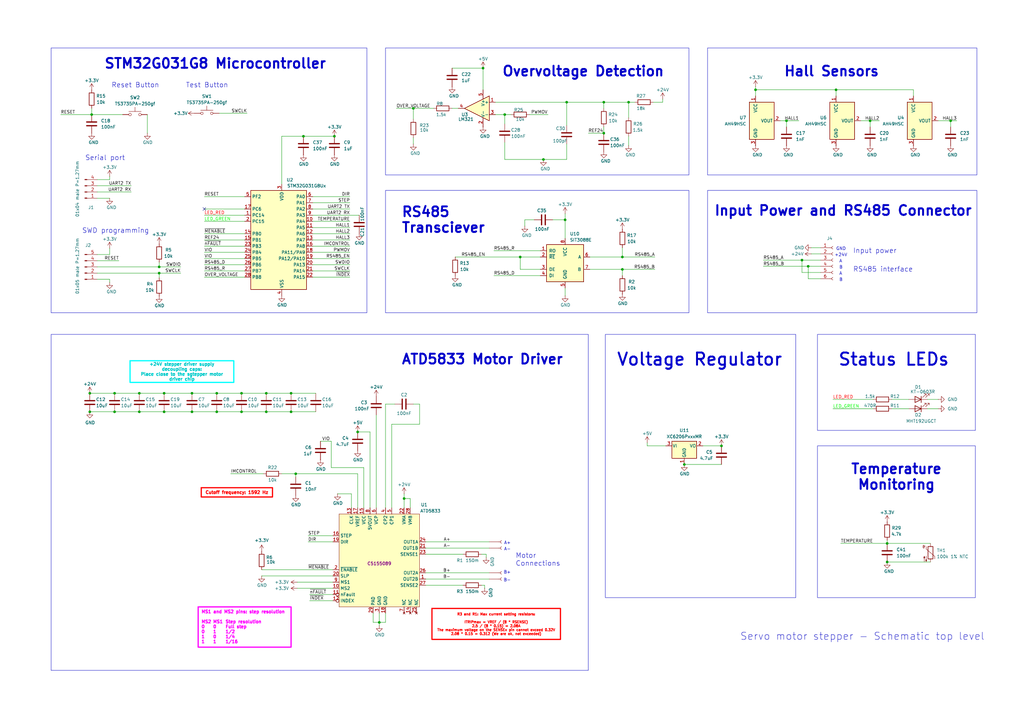
<source format=kicad_sch>
(kicad_sch (version 20231120) (generator "eeschema") (generator_version "8.0")
  (paper "A3")
  (title_block (title "Servo motor stepper M3 - Schematic top level") (date "2024-10-30") (rev "V11RC3"))
  (junction (at 165.735 204.47))
  (junction (at 57.15 161.29))
  (junction (at 37.592 46.99))
  (junction (at 119.38 168.91))
  (junction (at 46.99 161.29))
  (junction (at 389.89 49.53))
  (junction (at 213.36 105.41))
  (junction (at 65.278 112.014))
  (junction (at 169.545 44.45))
  (junction (at 124.46 55.88))
  (junction (at 65.278 109.474))
  (junction (at 67.31 161.29))
  (junction (at 247.65 41.91))
  (junction (at 255.27 110.49))
  (junction (at 46.99 168.91))
  (junction (at 67.31 168.91))
  (junction (at 232.41 41.91))
  (junction (at 137.16 55.88))
  (junction (at 198.12 27.94))
  (junction (at 363.855 230.505))
  (junction (at 99.06 168.91))
  (junction (at 295.91 182.88))
  (junction (at 109.22 161.29))
  (junction (at 119.38 161.29))
  (junction (at 78.74 161.29))
  (junction (at 36.83 168.91))
  (junction (at 99.06 161.29))
  (junction (at 121.285 194.31))
  (junction (at 309.88 36.83))
  (junction (at 322.58 49.53))
  (junction (at 222.885 65.405))
  (junction (at 57.15 168.91))
  (junction (at 257.81 41.91))
  (junction (at 363.855 222.885))
  (junction (at 342.9 36.83))
  (junction (at 247.65 54.61))
  (junction (at 231.775 90.17))
  (junction (at 155.575 255.27))
  (junction (at 331.47 109.22))
  (junction (at 255.27 105.41))
  (junction (at 36.83 161.29))
  (junction (at 146.685 177.165))
  (junction (at 88.9 168.91))
  (junction (at 109.22 168.91))
  (junction (at 88.9 161.29))
  (junction (at 78.74 168.91))
  (junction (at 328.93 106.68))
  (junction (at 356.87 49.53))
  (junction (at 207.01 46.99))
  (junction (at 280.67 190.5))
  (no_connect (at 83.82 85.725))
  (wire (pts (xy 172.085 165.735) (xy 169.545 165.735)))
  (wire (pts (xy 320.04 49.53) (xy 322.58 49.53)))
  (wire (pts (xy 271.78 41.91) (xy 267.97 41.91)))
  (wire (pts (xy 99.06 161.29) (xy 109.22 161.29)))
  (wire (pts (xy 186.69 105.41) (xy 213.36 105.41)))
  (wire (pts (xy 162.56 44.45) (xy 169.545 44.45)))
  (wire (pts (xy 380.365 163.83) (xy 384.81 163.83)))
  (wire (pts (xy 39.878 109.474) (xy 65.278 109.474)))
  (wire (pts (xy 332.74 104.14) (xy 336.55 104.14)))
  (wire (pts (xy 143.51 98.425) (xy 128.27 98.425)))
  (wire (pts (xy 143.51 106.045) (xy 128.27 106.045)))
  (wire (pts (xy 356.87 49.53) (xy 360.68 49.53)))
  (wire (pts (xy 143.51 90.805) (xy 128.27 90.805)))
  (wire (pts (xy 197.485 240.03) (xy 198.755 240.03)))
  (wire (pts (xy 83.82 108.585) (xy 100.33 108.585)))
  (wire (pts (xy 215.265 90.17) (xy 215.265 92.71)))
  (wire (pts (xy 165.735 204.47) (xy 165.735 208.28)))
  (wire (pts (xy 57.15 161.29) (xy 67.31 161.29)))
  (wire (pts (xy 37.592 46.99) (xy 50.292 46.99)))
  (wire (pts (xy 222.885 65.405) (xy 232.41 65.405)))
  (wire (pts (xy 143.51 80.645) (xy 128.27 80.645)))
  (wire (pts (xy 169.545 44.45) (xy 169.545 48.895)))
  (wire (pts (xy 143.51 103.505) (xy 128.27 103.505)))
  (wire (pts (xy 332.74 101.6) (xy 336.55 101.6)))
  (wire (pts (xy 39.878 78.74) (xy 53.848 78.74)))
  (wire (pts (xy 255.27 101.6) (xy 255.27 105.41)))
  (wire (pts (xy 255.27 105.41) (xy 268.605 105.41)))
  (wire (pts (xy 78.74 168.91) (xy 88.9 168.91)))
  (wire (pts (xy 169.545 44.45) (xy 177.8 44.45)))
  (wire (pts (xy 255.27 110.49) (xy 255.27 113.03)))
  (wire (pts (xy 144.145 208.28) (xy 144.145 202.565)))
  (wire (pts (xy 128.27 85.725) (xy 143.51 85.725)))
  (wire (pts (xy 39.878 104.394) (xy 44.958 104.394)))
  (wire (pts (xy 128.27 88.265) (xy 147.32 88.265)))
  (wire (pts (xy 143.51 95.885) (xy 128.27 95.885)))
  (wire (pts (xy 83.82 103.505) (xy 100.33 103.505)))
  (wire (pts (xy 374.65 39.37) (xy 374.65 36.83)))
  (wire (pts (xy 222.885 65.405) (xy 207.01 65.405)))
  (wire (pts (xy 174.625 240.03) (xy 189.865 240.03)))
  (wire (pts (xy 241.935 110.49) (xy 255.27 110.49)))
  (wire (pts (xy 389.89 49.53) (xy 389.89 52.07)))
  (wire (pts (xy 143.51 83.185) (xy 128.27 83.185)))
  (wire (pts (xy 109.22 168.91) (xy 119.38 168.91)))
  (wire (pts (xy 143.51 100.965) (xy 128.27 100.965)))
  (wire (pts (xy 353.06 49.53) (xy 356.87 49.53)))
  (wire (pts (xy 365.76 163.83) (xy 372.745 163.83)))
  (wire (pts (xy 57.15 168.91) (xy 67.31 168.91)))
  (wire (pts (xy 207.01 46.99) (xy 207.01 50.8)))
  (wire (pts (xy 158.115 165.735) (xy 158.115 208.28)))
  (wire (pts (xy 174.625 237.49) (xy 200.66 237.49)))
  (wire (pts (xy 126.365 219.71) (xy 136.525 219.71)))
  (wire (pts (xy 257.81 55.88) (xy 257.81 59.69)))
  (wire (pts (xy 213.36 105.41) (xy 221.615 105.41)))
  (wire (pts (xy 127 243.84) (xy 136.525 243.84)))
  (wire (pts (xy 363.855 222.885) (xy 381.635 222.885)))
  (wire (pts (xy 257.81 41.91) (xy 257.81 48.26)))
  (wire (pts (xy 380.365 167.64) (xy 384.81 167.64)))
  (wire (pts (xy 165.735 202.565) (xy 165.735 204.47)))
  (wire (pts (xy 161.925 165.735) (xy 158.115 165.735)))
  (wire (pts (xy 331.47 109.22) (xy 331.47 114.3)))
  (wire (pts (xy 313.055 109.22) (xy 331.47 109.22)))
  (wire (pts (xy 313.055 106.68) (xy 328.93 106.68)))
  (wire (pts (xy 202.565 102.87) (xy 221.615 102.87)))
  (wire (pts (xy 149.225 208.28) (xy 149.225 191.77)))
  (wire (pts (xy 121.92 241.3) (xy 136.525 241.3)))
  (wire (pts (xy 328.93 111.76) (xy 336.55 111.76)))
  (wire (pts (xy 207.01 58.42) (xy 207.01 65.405)))
  (wire (pts (xy 121.285 194.31) (xy 121.285 195.58)))
  (wire (pts (xy 231.775 90.17) (xy 231.775 97.79)))
  (wire (pts (xy 168.275 204.47) (xy 165.735 204.47)))
  (wire (pts (xy 126.365 222.25) (xy 136.525 222.25)))
  (wire (pts (xy 160.655 173.99) (xy 172.085 173.99)))
  (wire (pts (xy 154.305 170.18) (xy 154.305 208.28)))
  (wire (pts (xy 174.625 224.79) (xy 200.66 224.79)))
  (wire (pts (xy 39.878 73.66) (xy 44.958 73.66)))
  (wire (pts (xy 115.57 194.31) (xy 121.285 194.31)))
  (wire (pts (xy 143.51 108.585) (xy 128.27 108.585)))
  (wire (pts (xy 363.855 230.505) (xy 381.635 230.505)))
  (wire (pts (xy 39.878 81.28) (xy 44.958 81.28)))
  (wire (pts (xy 36.83 161.29) (xy 46.99 161.29)))
  (wire (pts (xy 328.93 106.68) (xy 328.93 111.76)))
  (wire (pts (xy 265.43 181.61) (xy 265.43 182.88)))
  (wire (pts (xy 199.39 227.33) (xy 199.39 228.6)))
  (wire (pts (xy 213.36 110.49) (xy 221.615 110.49)))
  (wire (pts (xy 83.82 100.965) (xy 100.33 100.965)))
  (wire (pts (xy 231.775 87.63) (xy 231.775 90.17)))
  (wire (pts (xy 143.51 93.345) (xy 128.27 93.345)))
  (wire (pts (xy 144.145 202.565) (xy 138.43 202.565)))
  (wire (pts (xy 65.278 107.569) (xy 65.278 109.474)))
  (wire (pts (xy 198.755 240.03) (xy 198.755 241.3)))
  (wire (pts (xy 203.2 41.91) (xy 232.41 41.91)))
  (wire (pts (xy 37.592 44.45) (xy 37.592 46.99)))
  (wire (pts (xy 389.89 49.53) (xy 392.43 49.53)))
  (wire (pts (xy 174.625 222.25) (xy 200.66 222.25)))
  (wire (pts (xy 265.43 182.88) (xy 273.05 182.88)))
  (wire (pts (xy 363.855 221.615) (xy 363.855 222.885)))
  (wire (pts (xy 232.41 51.435) (xy 232.41 41.91)))
  (wire (pts (xy 169.545 56.515) (xy 169.545 59.055)))
  (wire (pts (xy 44.958 114.554) (xy 44.958 115.824)))
  (wire (pts (xy 83.82 106.045) (xy 100.33 106.045)))
  (wire (pts (xy 65.278 112.014) (xy 74.168 112.014)))
  (wire (pts (xy 257.81 41.91) (xy 260.35 41.91)))
  (wire (pts (xy 226.695 90.17) (xy 231.775 90.17)))
  (wire (pts (xy 217.17 46.99) (xy 224.79 46.99)))
  (wire (pts (xy 168.275 208.28) (xy 168.275 204.47)))
  (wire (pts (xy 158.115 251.46) (xy 158.115 255.27)))
  (wire (pts (xy 88.9 161.29) (xy 99.06 161.29)))
  (wire (pts (xy 39.878 106.934) (xy 48.768 106.934)))
  (wire (pts (xy 203.2 46.99) (xy 207.01 46.99)))
  (wire (pts (xy 231.775 121.285) (xy 231.775 118.11)))
  (wire (pts (xy 83.82 90.805) (xy 100.33 90.805)))
  (wire (pts (xy 128.27 113.665) (xy 143.51 113.665)))
  (wire (pts (xy 155.575 251.46) (xy 155.575 255.27)))
  (wire (pts (xy 328.93 106.68) (xy 336.55 106.68)))
  (wire (pts (xy 322.58 49.53) (xy 322.58 52.07)))
  (wire (pts (xy 174.625 227.33) (xy 189.865 227.33)))
  (wire (pts (xy 60.452 46.99) (xy 60.452 54.61)))
  (wire (pts (xy 83.82 95.885) (xy 100.33 95.885)))
  (wire (pts (xy 39.878 112.014) (xy 65.278 112.014)))
  (wire (pts (xy 153.035 255.27) (xy 155.575 255.27)))
  (wire (pts (xy 94.615 194.31) (xy 107.95 194.31)))
  (wire (pts (xy 83.82 113.665) (xy 100.33 113.665)))
  (wire (pts (xy 127 246.38) (xy 136.525 246.38)))
  (wire (pts (xy 174.625 234.95) (xy 200.66 234.95)))
  (wire (pts (xy 219.075 90.17) (xy 215.265 90.17)))
  (wire (pts (xy 24.892 46.99) (xy 37.592 46.99)))
  (wire (pts (xy 99.06 168.91) (xy 109.22 168.91)))
  (wire (pts (xy 344.805 222.885) (xy 363.855 222.885)))
  (wire (pts (xy 155.575 255.27) (xy 155.575 256.54)))
  (wire (pts (xy 78.74 161.29) (xy 88.9 161.29)))
  (wire (pts (xy 232.41 65.405) (xy 232.41 59.055)))
  (wire (pts (xy 83.82 98.425) (xy 100.33 98.425)))
  (wire (pts (xy 65.278 113.919) (xy 65.278 112.014)))
  (wire (pts (xy 88.9 168.91) (xy 99.06 168.91)))
  (wire (pts (xy 342.9 39.37) (xy 342.9 36.83)))
  (wire (pts (xy 207.01 46.99) (xy 209.55 46.99)))
  (wire (pts (xy 374.65 36.83) (xy 342.9 36.83)))
  (wire (pts (xy 331.47 114.3) (xy 336.55 114.3)))
  (wire (pts (xy 44.958 104.394) (xy 44.958 101.854)))
  (wire (pts (xy 255.27 110.49) (xy 268.605 110.49)))
  (wire (pts (xy 115.57 75.565) (xy 115.57 55.88)))
  (wire (pts (xy 119.38 161.29) (xy 129.54 161.29)))
  (wire (pts (xy 213.36 105.41) (xy 213.36 110.49)))
  (wire (pts (xy 322.58 49.53) (xy 327.66 49.53)))
  (wire (pts (xy 39.878 76.2) (xy 53.848 76.2)))
  (wire (pts (xy 172.085 173.99) (xy 172.085 165.735)))
  (wire (pts (xy 65.278 109.474) (xy 74.168 109.474)))
  (wire (pts (xy 151.765 177.165) (xy 151.765 208.28)))
  (wire (pts (xy 185.42 44.45) (xy 187.96 44.45)))
  (wire (pts (xy 185.42 27.94) (xy 198.12 27.94)))
  (wire (pts (xy 107.315 236.22) (xy 136.525 236.22)))
  (wire (pts (xy 83.82 88.265) (xy 100.33 88.265)))
  (wire (pts (xy 158.115 255.27) (xy 155.575 255.27)))
  (wire (pts (xy 124.46 55.88) (xy 137.16 55.88)))
  (wire (pts (xy 107.315 233.68) (xy 136.525 233.68)))
  (wire (pts (xy 67.31 168.91) (xy 78.74 168.91)))
  (wire (pts (xy 89.916 46.482) (xy 101.346 46.482)))
  (wire (pts (xy 160.655 208.28) (xy 160.655 173.99)))
  (wire (pts (xy 46.99 168.91) (xy 57.15 168.91)))
  (wire (pts (xy 309.88 35.56) (xy 309.88 36.83)))
  (wire (pts (xy 271.78 40.64) (xy 271.78 41.91)))
  (wire (pts (xy 36.83 168.91) (xy 46.99 168.91)))
  (wire (pts (xy 39.878 114.554) (xy 44.958 114.554)))
  (wire (pts (xy 331.47 109.22) (xy 336.55 109.22)))
  (wire (pts (xy 135.89 191.77) (xy 149.225 191.77)))
  (wire (pts (xy 341.63 167.64) (xy 358.14 167.64)))
  (wire (pts (xy 44.958 73.66) (xy 44.958 72.39)))
  (wire (pts (xy 247.65 41.91) (xy 257.81 41.91)))
  (wire (pts (xy 241.935 105.41) (xy 255.27 105.41)))
  (wire (pts (xy 121.285 194.31) (xy 146.685 194.31)))
  (wire (pts (xy 288.29 182.88) (xy 295.91 182.88)))
  (wire (pts (xy 146.685 177.165) (xy 151.765 177.165)))
  (wire (pts (xy 146.685 208.28) (xy 146.685 194.31)))
  (wire (pts (xy 83.82 85.725) (xy 100.33 85.725)))
  (wire (pts (xy 109.22 161.29) (xy 119.38 161.29)))
  (wire (pts (xy 247.65 41.91) (xy 247.65 44.45)))
  (wire (pts (xy 197.485 227.33) (xy 199.39 227.33)))
  (wire (pts (xy 119.38 168.91) (xy 129.54 168.91)))
  (wire (pts (xy 198.12 27.94) (xy 198.12 36.83)))
  (wire (pts (xy 131.445 180.975) (xy 135.89 180.975)))
  (wire (pts (xy 247.65 52.07) (xy 247.65 54.61)))
  (wire (pts (xy 342.9 36.83) (xy 309.88 36.83)))
  (wire (pts (xy 309.88 36.83) (xy 309.88 39.37)))
  (wire (pts (xy 384.81 49.53) (xy 389.89 49.53)))
  (wire (pts (xy 83.82 111.125) (xy 100.33 111.125)))
  (wire (pts (xy 356.87 49.53) (xy 356.87 52.07)))
  (wire (pts (xy 280.67 190.5) (xy 295.91 190.5)))
  (wire (pts (xy 241.3 54.61) (xy 247.65 54.61)))
  (wire (pts (xy 365.76 167.64) (xy 372.745 167.64)))
  (wire (pts (xy 83.82 80.645) (xy 100.33 80.645)))
  (wire (pts (xy 115.57 55.88) (xy 124.46 55.88)))
  (wire (pts (xy 136.525 238.76) (xy 121.92 238.76)))
  (wire (pts (xy 46.99 161.29) (xy 57.15 161.29)))
  (wire (pts (xy 153.035 251.46) (xy 153.035 255.27)))
  (wire (pts (xy 341.63 163.83) (xy 358.14 163.83)))
  (wire (pts (xy 232.41 41.91) (xy 247.65 41.91)))
  (wire (pts (xy 202.565 113.03) (xy 221.615 113.03)))
  (wire (pts (xy 135.89 191.77) (xy 135.89 180.975)))
  (wire (pts (xy 67.31 161.29) (xy 78.74 161.29)))
  (wire (pts (xy 143.51 111.125) (xy 128.27 111.125)))
  (rectangle (start 248.285 137.16) (end 326.39 245.11))
  (rectangle (start 335.28 137.16) (end 400.05 176.53))
  (rectangle (start 20.955 137.16) (end 241.3 274.955))
  (rectangle (start 158.115 19.685) (end 282.575 71.755))
  (rectangle (start 290.195 19.685) (end 400.685 71.755))
  (rectangle (start 20.955 19.685) (end 150.495 128.27))
  (rectangle (start 158.115 78.105) (end 282.575 128.27))
  (rectangle (start 335.28 182.88) (end 400.05 245.11))
  (rectangle (start 290.195 78.105) (end 400.685 128.27))
  (text_box "Cutoff frequency: 1592 Hz\n" (at 82.55 200.025 0) (size 29.21 3.81) (stroke (width 0.5) (color 255 0 0 1)) (effects (font (size 1.27 1.27) (thickness 0.4) (bold yes))))
  (text_box "+24V stepper driver supply \ndecoupling caps:\nPlace close to the sgtepper motor driver chip" (at 53.34 147.955 0) (size 42.545 8.89) (stroke (width 0.5) (color 0 255 255 1)) (effects (font (size 1.27 1.27) (thickness 0.4) (bold yes))))
  (text_box "MS1 and MS2 pins: step resolution\n\nMS2	MS1	Step resolution\n0	0	Full step\n0	1	1/2\n1	0	1/4\n1	1	1/16\n" (at 81.28 248.92 0) (size 38.1 16.51) (stroke (width 0.5) (color 255 0 255 1)) (effects (font (size 1.27 1.27) (thickness 0.4) (bold yes)) (justify left top)))
  (text_box "${94df9340-9001-4abf-849e-0a57a0ae12d6:REFERENCE} and ${c2765680-53cb-47ff-a513-50fbdfe64cd0:REFERENCE}: Max current setting resistors:\n\nITRIPmax = VREF / (8 * RSENSE)\n2.5 / (8 * 0.15) = 2.08A\nThe maximum voltage on the SENSEx pin cannot exceed 0.32V\n2.08 * 0.15 = 0.312 (We are ok, not exceeded)" (at 177.165 249.555 0) (size 52.705 12.7) (stroke (width 0.5) (color 255 0 0 1)) (effects (font (size 1 1) (thickness 0.4) (bold yes))))
  (text "Reset Button" (at 45.72 36.195 0) (effects (font (size 2 2)) (justify left bottom)))
  (text "Test Button" (at 76.2 36.195 0) (effects (font (size 2 2)) (justify left bottom)))
  (text "B" (at 344.17 115.57 0) (effects (font (size 1.27 1.27)) (justify left bottom)))
  (text "+24V" (at 342.265 105.41 0) (effects (font (size 1.27 1.27)) (justify left bottom)))
  (text "SWD programming" (at 33.655 95.885 0) (effects (font (size 2 2)) (justify left bottom)))
  (text "Serial port" (at 34.925 66.04 0) (effects (font (size 2 2)) (justify left bottom)))
  (text "GND" (at 342.9 102.87 0) (effects (font (size 1.27 1.27)) (justify left bottom)))
  (text "RS485\nTransciever" (at 164.465 95.885 0) (effects (font (size 4 4) (thickness 0.8) (bold yes)) (justify left bottom)))
  (text "Input power" (at 349.885 104.14 0) (effects (font (size 2 2)) (justify left bottom)))
  (text "B" (at 344.17 110.49 0) (effects (font (size 1.27 1.27)) (justify left bottom)))
  (text "A+" (at 209.55 223.52 0) (effects (font (size 1.27 1.27)) (justify right bottom)))
  (text "Status LEDs" (at 343.535 150.495 0) (effects (font (size 5 5) (thickness 0.8) (bold yes)) (justify left bottom)))
  (text "Overvoltage Detection" (at 205.74 31.75 0) (effects (font (size 4 4) (thickness 0.8) (bold yes)) (justify left bottom)))
  (text "Voltage Regulator" (at 252.73 150.495 0) (effects (font (size 5 5) (thickness 0.8) (bold yes)) (justify left bottom)))
  (text "A" (at 344.17 107.95 0) (effects (font (size 1.27 1.27)) (justify left bottom)))
  (text "Input Power and RS485 Connector" (at 292.735 88.9 0) (effects (font (size 4 4) (thickness 0.8) (bold yes)) (justify left bottom)))
  (text "A" (at 344.17 113.03 0) (effects (font (size 1.27 1.27)) (justify left bottom)))
  (text "RS485 interface" (at 349.885 111.76 0) (effects (font (size 2 2)) (justify left bottom)))
  (text "Temperature\nMonitoring" (at 367.665 201.295 0) (effects (font (size 4 4) (thickness 0.8) (bold yes)) (justify bottom)))
  (text "B+" (at 209.55 235.585 0) (effects (font (size 1.27 1.27)) (justify right bottom)))
  (text "Servo motor stepper - Schematic top level" (at 303.53 262.89 0) (effects (font (size 3 3)) (justify left bottom)))
  (text "STM32G031G8 Microcontroller" (at 42.545 28.575 0) (effects (font (size 4 4) (thickness 0.8) (bold yes)) (justify left bottom)))
  (text "A-" (at 209.55 226.06 0) (effects (font (size 1.27 1.27)) (justify right bottom)))
  (text "B-" (at 209.55 238.76 0) (effects (font (size 1.27 1.27)) (justify right bottom)))
  (text "ATD5833 Motor Driver" (at 164.465 149.86 0) (effects (font (size 4 4) (thickness 0.8) (bold yes)) (justify left bottom)))
  (text "Hall Sensors" (at 321.31 31.75 0) (effects (font (size 4 4) (thickness 0.8) (bold yes)) (justify left bottom)))
  (text "Motor\nConnections" (at 211.455 232.41 0) (effects (font (size 2 2)) (justify left bottom)))
  (label "DIR" (at 126.365 222.25 0))
  (label "RESET" (at 48.768 106.934 180))
  (label "A+" (at 184.785 222.25 180))
  (label "RS485_EN" (at 143.51 106.045 180))
  (label "~{INDEX}" (at 127 246.38 0))
  (label "~{MENABLE}" (at 83.82 95.885 0))
  (label "SWCLK" (at 74.168 112.014 180))
  (label "OVER_VOLTAGE" (at 83.82 113.665 0))
  (label "HALL2" (at 360.68 49.53 180))
  (label "B+" (at 184.785 234.95 180))
  (label "REF24" (at 241.3 54.61 0))
  (label "RS485_R" (at 202.565 102.87 0))
  (label "RS485_EN" (at 189.23 105.41 0))
  (label "DIR" (at 143.51 80.645 180))
  (label "VIO" (at 83.82 106.045 0))
  (label "B-" (at 184.785 237.49 180))
  (label "LED_GREEN" (at 83.82 90.805 0))
  (label "~{MENABLE}" (at 126.365 233.68 0))
  (label "RS485_B" (at 313.055 109.22 0))
  (label "VIO" (at 83.82 103.505 0))
  (label "SWCLK" (at 143.51 111.125 180))
  (label "STEP" (at 126.365 219.71 0))
  (label "RS485_A" (at 313.055 106.68 0))
  (label "PWMOV" (at 217.805 46.99 0))
  (label "UART2 RX" (at 53.848 78.74 180))
  (label "RESET" (at 24.892 46.99 0))
  (label "PWMOV" (at 143.51 103.505 180))
  (label "RS485_A" (at 268.605 105.41 180))
  (label "HALL2" (at 143.51 95.885 180))
  (label "~{INDEX}" (at 137.795 113.665 0))
  (label "LED_RED" (at 83.82 88.265 0))
  (label "RESET" (at 83.82 80.645 0))
  (label "OVER_VOLTAGE" (at 162.56 44.45 0))
  (label "RS485_D" (at 202.565 113.03 0))
  (label "HALL3" (at 143.51 98.425 180))
  (label "LED_RED" (at 341.63 163.83 0))
  (label "LED_GREEN" (at 341.63 167.64 0))
  (label "SWCLK" (at 101.346 46.482 180))
  (label "REF24" (at 83.82 98.425 0))
  (label "IMCONTROL" (at 143.51 100.965 180))
  (label "RS485_R" (at 83.82 111.125 0))
  (label "UART2 TX" (at 143.51 85.725 180))
  (label "~{nFAULT}" (at 83.82 100.965 0))
  (label "SWDIO" (at 74.168 109.474 180))
  (label "UART2 TX" (at 53.848 76.2 180))
  (label "HALL1" (at 143.51 93.345 180))
  (label "TEMPERATURE" (at 344.805 222.885 0))
  (label "RS485_B" (at 268.605 110.49 180))
  (label "HALL3" (at 392.43 49.53 180))
  (label "UART2 RX" (at 143.51 88.265 180))
  (label "VIO" (at 132.08 180.975 0))
  (label "TEMPERATURE" (at 143.51 90.805 180))
  (label "~{nFAULT}" (at 127 243.84 0))
  (label "IMCONTROL" (at 94.615 194.31 0))
  (label "SWDIO" (at 143.51 108.585 180))
  (label "HALL1" (at 327.66 49.53 180))
  (label "STEP" (at 143.51 83.185 180))
  (label "A-" (at 184.785 224.79 180))
  (label "RS485_D" (at 83.82 108.585 0))
  (symbol (lib_id "power:GND") (at 107.315 236.22 0) (unit 1)
    (property "Reference" "#PWR016" (effects (hide yes)))
    (property "Value" "GND" (at 105.41 240.03 0) (effects (justify left)))
  )
  (symbol (lib_id "power:GND") (at 363.855 230.505 0) (unit 1)
    (property "Reference" "#PWR071" (effects (hide yes)))
    (property "Value" "GND" (at 362.585 234.315 0) (effects (justify left)))
  )
  (symbol (lib_id "power:+3.3V") (at 309.88 35.56 0) (unit 1)
    (property "Reference" "#PWR028" (effects (hide yes)))
    (property "Value" "+3.3V" (at 309.88 31.75 0))
  )
  (symbol (lib_id "power:+3.3V") (at 231.775 87.63 0) (unit 1)
    (property "Reference" "#PWR033" (effects (hide yes)))
    (property "Value" "+3.3V" (at 231.775 83.82 0))
  )
  (symbol (lib_id "power:GND") (at 356.87 59.69 0) (unit 1)
    (property "Reference" "#PWR0105" (effects (hide yes)))
    (property "Value" "GND" (at 355.6 63.5 0) (effects (justify left)))
  )
  (symbol (lib_id "Device:C") (at 37.592 50.8 0) (unit 1)
    (property "Reference" "C18" (at 41.402 49.5299 0) (effects (justify left)))
    (property "Value" "100nF" (at 41.402 52.0699 0) (effects (justify left)))
    (property "Footprint" "Capacitor_SMD:C_0402_1005Metric" (effects (hide yes)))
    (property "LCSC" "C307331" (effects (hide yes)))
  )
  (symbol (lib_id "Device:LED") (at 376.555 163.83 180) (unit 1)
    (property "Reference" "D1" (at 376.555 158.75 0))
    (property "Value" "KT-0603R" (at 378.46 160.655 0))
    (property "Footprint" "LED_SMD:LED_0603_1608Metric" (effects (hide yes)))
    (property "Description" "Light emitting diode" (effects (hide yes)))
    (property "LCSC" "C2286" (effects (hide yes)))
  )
  (symbol (lib_id "power:+3.3V") (at 137.16 55.88 0) (unit 1)
    (property "Reference" "#PWR07" (effects (hide yes)))
    (property "Value" "+3.3V" (at 137.16 52.07 0))
  )
  (symbol (lib_id "Device:C") (at 147.32 92.075 0) (unit 1)
    (property "Reference" "C21" (at 148.59 97.155 90) (effects (justify left)))
    (property "Value" "100nF" (at 148.59 90.805 90) (effects (justify left)))
    (property "Footprint" "Capacitor_SMD:C_0402_1005Metric" (effects (hide yes)))
    (property "LCSC" "C307331" (effects (hide yes)))
  )
  (symbol (lib_id "power:+3.3V") (at 295.91 182.88 0) (unit 1)
    (property "Reference" "#PWR060" (effects (hide yes)))
    (property "Value" "+3.3V" (at 295.91 179.07 0))
  )
  (symbol (lib_id "Sensor_Magnetic:A1101ELHL") (at 312.42 49.53 0) (unit 1) (exclude_from_sim yes)
    (property "Reference" "U7" (at 306.07 48.2599 0) (effects (justify right)))
    (property "Value" "AH49HSC" (at 306.07 50.7999 0) (effects (justify right)))
    (property "Footprint" "Package_TO_SOT_SMD:SOT-23" (effects (hide yes)))
    (property "LCSC" "C510723" (effects (hide yes)))
  )
  (symbol (lib_id "Device:C") (at 99.06 165.1 0) (unit 1)
    (property "Reference" "C10" (at 101.6 163.83 0) (effects (justify left)))
    (property "Value" "10uF" (at 101.6 166.37 0) (effects (justify left)))
    (property "Footprint" "Capacitor_SMD:C_0603_1608Metric" (effects (hide yes)))
    (property "LCSC" "C194427" (effects (hide yes)))
  )
  (symbol (lib_id "Amplifier_Operational:LM321") (at 195.58 44.45 0) (mirror y) (unit 1) (exclude_from_sim yes)
    (property "Reference" "U3" (at 189.23 46.99 0) (effects (justify right)))
    (property "Value" "LM321" (at 187.96 48.895 0) (effects (justify right)))
    (property "Footprint" "Package_TO_SOT_SMD:SOT-23-5" (effects (hide yes)))
    (property "Datasheet" "https://www.lcsc.com/datasheet/lcsc_datasheet_2401051805_HANSCHIP-semiconductor-LM321MF_C19723728.pdf" (effects (hide yes)))
    (property "LCSC" "C19723728" (effects (hide yes)))
  )
  (symbol (lib_id "power:GND") (at 322.58 59.69 0) (unit 1)
    (property "Reference" "#PWR0110" (effects (hide yes)))
    (property "Value" "GND" (at 321.31 63.5 0) (effects (justify left)))
  )
  (symbol (lib_id "power:GND") (at 309.88 59.69 0) (unit 1)
    (property "Reference" "#PWR0108" (effects (hide yes)))
    (property "Value" "GND" (at 308.61 63.5 0) (effects (justify left)))
  )
  (symbol (lib_id "power:GND") (at 384.81 163.83 90) (unit 1)
    (property "Reference" "#PWR030" (effects (hide yes)))
    (property "Value" "GND" (at 388.62 163.8299 90) (effects (justify right)))
  )
  (symbol (lib_id "Device:R") (at 111.76 194.31 90) (unit 1)
    (property "Reference" "R22" (at 111.76 191.77 90))
    (property "Value" "10k" (at 111.76 196.85 90))
    (property "Footprint" "Resistor_SMD:R_0402_1005Metric" (effects (hide yes)))
    (property "LCSC" "C25744" (effects (hide yes)))
  )
  (symbol (lib_id "Sensor_Magnetic:A1101ELHL") (at 377.19 49.53 0) (unit 1) (exclude_from_sim yes)
    (property "Reference" "U4" (at 370.84 48.2599 0) (effects (justify right)))
    (property "Value" "AH49HSC" (at 370.84 50.7999 0) (effects (justify right)))
    (property "Footprint" "Package_TO_SOT_SMD:SOT-23" (effects (hide yes)))
    (property "LCSC" "C510723" (effects (hide yes)))
  )
  (symbol (lib_id "power:GND") (at 121.285 203.2 0) (unit 1)
    (property "Reference" "#PWR038" (effects (hide yes)))
    (property "Value" "GND" (at 119.38 207.01 0) (effects (justify left)))
  )
  (symbol (lib_id "power:+3.3V") (at 37.592 36.83 0) (unit 1)
    (property "Reference" "#PWR035" (effects (hide yes)))
    (property "Value" "+3.3V" (at 37.592 33.02 0))
  )
  (symbol (lib_id "Device:C") (at 119.38 165.1 0) (unit 1)
    (property "Reference" "C13" (at 121.92 163.83 0) (effects (justify left)))
    (property "Value" "10uF" (at 121.92 166.37 0) (effects (justify left)))
    (property "Footprint" "Capacitor_SMD:C_0603_1608Metric" (effects (hide yes)))
    (property "LCSC" "C194427" (effects (hide yes)))
  )
  (symbol (lib_id "power:GND") (at 255.27 120.65 0) (unit 1)
    (property "Reference" "#PWR018" (effects (hide yes)))
    (property "Value" "GND" (at 253.365 124.46 0) (effects (justify left)))
  )
  (symbol (lib_id "power:GND") (at 65.278 121.539 0) (unit 1)
    (property "Reference" "#PWR09" (effects (hide yes)))
    (property "Value" "GND" (at 63.373 125.349 0) (effects (justify left)))
  )
  (symbol (lib_id "Device:R") (at 181.61 44.45 90) (unit 1)
    (property "Reference" "R8" (at 180.34 42.545 90))
    (property "Value" "1.5k" (at 180.975 46.99 90))
    (property "Footprint" "Resistor_SMD:R_0402_1005Metric" (effects (hide yes)))
    (property "LCSC" "C25867" (effects (hide yes)))
  )
  (symbol (lib_id "power:GND") (at 222.885 65.405 0) (unit 1)
    (property "Reference" "#PWR058" (effects (hide yes)))
    (property "Value" "GND" (at 221.615 69.215 0) (effects (justify left)))
  )
  (symbol (lib_id "servo_motor:ATD5833") (at 155.575 231.14 0) (unit 1)
    (property "Reference" "U1" (at 173.99 207.01 0))
    (property "Value" "ATD5833" (at 176.53 209.55 0))
    (property "Footprint" "Package_DFN_QFN:QFN-28-1EP_5x5mm_P0.5mm_EP3.75x3.75mm_ThermalVias" (effects (hide yes)))
    (property "LCSC" "C5155089" (at 155.575 231.14 0))
  )
  (symbol (lib_id "power:+3.3V") (at 121.92 241.3 90) (unit 1)
    (property "Reference" "#PWR043" (effects (hide yes)))
    (property "Value" "+3.3V" (at 115.57 241.3 90))
  )
  (symbol (lib_id "power:GND") (at 185.42 35.56 0) (unit 1)
    (property "Reference" "#PWR044" (effects (hide yes)))
    (property "Value" "GND" (at 184.15 39.37 0) (effects (justify left)))
  )
  (symbol (lib_id "Device:R") (at 255.27 116.84 180) (unit 1)
    (property "Reference" "R2" (at 259.08 115.57 0))
    (property "Value" "10k" (at 259.08 118.11 0))
    (property "Footprint" "Resistor_SMD:R_0402_1005Metric" (effects (hide yes)))
    (property "LCSC" "C25744" (effects (hide yes)))
  )
  (symbol (lib_id "power:GND") (at 44.958 115.824 0) (unit 1)
    (property "Reference" "#PWR05" (effects (hide yes)))
    (property "Value" "GND" (at 43.688 119.634 0) (effects (justify left)))
  )
  (symbol (lib_id "Device:C") (at 185.42 31.75 0) (unit 1)
    (property "Reference" "C22" (at 189.23 30.4799 0) (effects (justify left)))
    (property "Value" "1uF" (at 189.23 33.0199 0) (effects (justify left)))
    (property "Footprint" "Capacitor_SMD:C_0402_1005Metric" (effects (hide yes)))
    (property "LCSC" "C52923" (effects (hide yes)))
  )
  (symbol (lib_id "power:GND") (at 169.545 59.055 0) (unit 1)
    (property "Reference" "#PWR049" (effects (hide yes)))
    (property "Value" "GND" (at 168.275 62.865 0) (effects (justify left)))
  )
  (symbol (lib_id "power:GND") (at 115.57 121.285 0) (unit 1)
    (property "Reference" "#PWR029" (effects (hide yes)))
    (property "Value" "GND" (at 113.665 125.095 0) (effects (justify left)))
  )
  (symbol (lib_id "Device:R") (at 169.545 52.705 180) (unit 1)
    (property "Reference" "R23" (at 173.99 51.435 0))
    (property "Value" "10k" (at 173.99 53.34 0))
    (property "Footprint" "Resistor_SMD:R_0402_1005Metric" (effects (hide yes)))
    (property "LCSC" "C25744" (effects (hide yes)))
  )
  (symbol (lib_id "power:GND") (at 137.16 63.5 0) (unit 1)
    (property "Reference" "#PWR021" (effects (hide yes)))
    (property "Value" "GND" (at 135.255 67.31 0) (effects (justify left)))
  )
  (symbol (lib_id "Device:C") (at 295.91 186.69 0) (unit 1)
    (property "Reference" "C5" (at 289.56 185.42 0) (effects (justify left)))
    (property "Value" "4.7uF" (at 287.02 187.96 0) (effects (justify left)))
    (property "Footprint" "Capacitor_SMD:C_0402_1005Metric" (effects (hide yes)))
    (property "LCSC" "C23733" (effects (hide yes)))
  )
  (symbol (lib_id "power:+3.3V") (at 121.92 238.76 90) (unit 1)
    (property "Reference" "#PWR045" (effects (hide yes)))
    (property "Value" "+3.3V" (at 115.57 238.76 90))
  )
  (symbol (lib_id "Device:R") (at 361.95 167.64 90) (unit 1)
    (property "Reference" "R11" (at 367.03 166.37 90))
    (property "Value" "470R" (at 356.87 166.37 90))
    (property "Footprint" "Resistor_SMD:R_0402_1005Metric" (effects (hide yes)))
    (property "LCSC" "C25117" (effects (hide yes)))
  )
  (symbol (lib_id "power:GND") (at 37.592 54.61 0) (unit 1)
    (property "Reference" "#PWR036" (effects (hide yes)))
    (property "Value" "GND" (at 36.322 58.42 0) (effects (justify left)))
  )
  (symbol (lib_id "Device:C") (at 131.445 184.785 0) (unit 1)
    (property "Reference" "C6" (at 125.095 183.515 0) (effects (justify left)))
    (property "Value" "1uF" (at 124.46 186.055 0) (effects (justify left)))
    (property "Footprint" "Capacitor_SMD:C_0402_1005Metric" (effects (hide yes)))
    (property "Description" "25V 1uF X5R ±10% 0402 Multilayer Ceramic Capacitors MLCC - SMD/SMT ROHS" (effects (hide yes)))
    (property "LCSC" "C52923" (effects (hide yes)))
  )
  (symbol (lib_id "power:GND") (at 60.452 54.61 0) (unit 1)
    (property "Reference" "#PWR039" (effects (hide yes)))
    (property "Value" "GND" (at 58.547 58.42 0) (effects (justify left)))
  )
  (symbol (lib_id "MCU_ST_STM32G0:STM32G031G8Ux") (at 113.03 98.425 0) (unit 1)
    (property "Reference" "U2" (at 117.5101 73.787 0) (effects (justify left)))
    (property "Value" "STM32G031G8Ux" (at 117.7641 76.2 0) (effects (justify left)))
    (property "Footprint" "Package_DFN_QFN:QFN-28_4x4mm_P0.5mm" (effects (hide yes)))
    (property "Datasheet" "https://www.st.com/resource/en/datasheet/stm32g031g8.pdf" (effects (hide yes)))
    (property "Description" "STMicroelectronics Arm Cortex-M0+ MCU, 64KB flash, 8KB RAM, 64 MHz, 1.7-3.6V, 26 GPIO, UFQFPN28" (effects (hide yes)))
    (property "LCSC" "C432211" (effects (hide yes)))
  )
  (symbol (lib_id "power:GND") (at 124.46 63.5 0) (unit 1)
    (property "Reference" "#PWR027" (effects (hide yes)))
    (property "Value" "GND" (at 122.555 67.31 0) (effects (justify left)))
  )
  (symbol (lib_name "Conn_01x01_Socket_2") (lib_id "Connector:Conn_01x01_Socket") (at 205.74 237.49 0) (unit 1) (in_bom no)
    (property "Reference" "J8" (effects (hide yes)))
    (property "Value" "Conn_01x01_Socket" (effects (hide yes)))
    (property "Footprint" "servo_motor:Pad_3mm_TopOnly" (effects (hide yes)))
  )
  (symbol (lib_id "Device:C") (at 36.83 165.1 0) (unit 1)
    (property "Reference" "C12" (at 39.37 163.83 0) (effects (justify left)))
    (property "Value" "10uF" (at 39.37 166.37 0) (effects (justify left)))
    (property "Footprint" "Capacitor_SMD:C_0603_1608Metric" (effects (hide yes)))
    (property "LCSC" "C194427" (effects (hide yes)))
  )
  (symbol (lib_id "Device:C") (at 154.305 166.37 0) (unit 1)
    (property "Reference" "C3" (at 147.955 165.1 0) (effects (justify left)))
    (property "Value" "100nF" (at 145.415 167.64 0) (effects (justify left)))
    (property "Footprint" "Capacitor_SMD:C_0402_1005Metric" (effects (hide yes)))
    (property "LCSC" "C307331" (effects (hide yes)))
  )
  (symbol (lib_id "power:GND") (at 36.83 168.91 0) (unit 1)
    (property "Reference" "#PWR032" (effects (hide yes)))
    (property "Value" "GND" (at 34.925 173.355 0) (effects (justify left)))
  )
  (symbol (lib_id "Device:C") (at 247.65 58.42 0) (unit 1)
    (property "Reference" "C36" (at 250.19 57.15 0) (effects (justify left)))
    (property "Value" "100nF" (at 250.19 59.69 0) (effects (justify left)))
    (property "Footprint" "Capacitor_SMD:C_0402_1005Metric" (effects (hide yes)))
    (property "LCSC" "C307331" (effects (hide yes)))
  )
  (symbol (lib_id "Device:R") (at 107.315 229.87 180) (unit 1)
    (property "Reference" "R6" (at 110.49 228.6 0))
    (property "Value" "10k" (at 111.125 230.505 0))
    (property "Footprint" "Resistor_SMD:R_0402_1005Metric" (effects (hide yes)))
    (property "LCSC" "C25744" (effects (hide yes)))
  )
  (symbol (lib_id "power:GND") (at 146.685 184.785 0) (unit 1)
    (property "Reference" "#PWR013" (effects (hide yes)))
    (property "Value" "GND" (at 144.78 188.595 0) (effects (justify left)))
  )
  (symbol (lib_id "power:GND") (at 155.575 256.54 0) (unit 1)
    (property "Reference" "#PWR012" (effects (hide yes)))
    (property "Value" "GND" (at 153.67 260.35 0) (effects (justify left)))
  )
  (symbol (lib_id "Device:C") (at 222.885 90.17 90) (unit 1)
    (property "Reference" "C35" (at 224.155 86.36 90) (effects (justify left)))
    (property "Value" "100nF" (at 225.425 93.98 90) (effects (justify left)))
    (property "Footprint" "Capacitor_SMD:C_0402_1005Metric" (effects (hide yes)))
    (property "LCSC" "C307331" (effects (hide yes)))
  )
  (symbol (lib_id "power:+10V") (at 198.12 27.94 0) (unit 1)
    (property "Reference" "#PWR050" (effects (hide yes)))
    (property "Value" "+5V" (at 198.12 24.13 0))
  )
  (symbol (lib_id "power:GND") (at 389.89 59.69 0) (unit 1)
    (property "Reference" "#PWR0106" (effects (hide yes)))
    (property "Value" "GND" (at 388.62 63.5 0) (effects (justify left)))
  )
  (symbol (lib_id "Device:R") (at 361.95 163.83 90) (unit 1)
    (property "Reference" "R12" (at 367.03 162.56 90))
    (property "Value" "1.5k" (at 356.87 162.56 90))
    (property "Footprint" "Resistor_SMD:R_0402_1005Metric" (effects (hide yes)))
    (property "LCSC" "C25867" (effects (hide yes)))
  )
  (symbol (lib_id "Connector:Conn_01x04_Pin") (at 34.798 78.74 0) (mirror x) (unit 1) (in_bom no)
    (property "Reference" "J1" (at 37.338 85.09 0))
    (property "Value" "01x04 male P=1.27mm" (at 31.75 77.47 90))
    (property "Footprint" "Connector_PinHeader_1.27mm:PinHeader_1x04_P1.27mm_Vertical" (effects (hide yes)))
  )
  (symbol (lib_id "power:GND") (at 332.74 101.6 270) (mirror x) (unit 1)
    (property "Reference" "#PWR020" (effects (hide yes)))
    (property "Value" "GND" (at 325.755 101.6 90) (effects (justify left)))
  )
  (symbol (lib_id "Device:R") (at 264.16 41.91 270) (unit 1)
    (property "Reference" "R27" (at 262.89 39.37 90))
    (property "Value" "18k" (at 262.89 44.45 90))
    (property "Footprint" "Resistor_SMD:R_0603_1608Metric" (effects (hide yes)))
    (property "Description" "100mW Thick Film Resistors 75V ±100ppm/℃ ±1% 18kΩ 0603 Chip Resistor - Surface Mount ROHS" (effects (hide yes)))
    (property "LCSC" "C25810" (effects (hide yes)))
  )
  (symbol (lib_id "power:+3.3V") (at 44.958 72.39 0) (unit 1)
    (property "Reference" "#PWR02" (effects (hide yes)))
    (property "Value" "+3.3V" (at 44.958 68.58 0))
  )
  (symbol (lib_id "Connector:Conn_01x06_Socket") (at 341.63 106.68 0) (unit 1)
    (property "Reference" "J4" (at 339.09 97.79 0) (effects (justify left)))
    (property "Value" "Conn_01x06_Socket" (effects (hide yes)))
    (property "Footprint" "Connector_PinSocket_2.00mm:PinSocket_1x06_P2.00mm_Vertical" (effects (hide yes)))
  )
  (symbol (lib_id "power:+3.3V") (at 65.278 99.949 0) (unit 1)
    (property "Reference" "#PWR010" (effects (hide yes)))
    (property "Value" "+3.3V" (at 65.278 96.139 0))
  )
  (symbol (lib_id "power:+24V") (at 154.305 162.56 0) (unit 1)
    (property "Reference" "#PWR011" (effects (hide yes)))
    (property "Value" "+24V" (at 154.305 158.75 0))
  )
  (symbol (lib_id "Device:R") (at 65.278 117.729 180) (unit 1)
    (property "Reference" "R4" (at 61.468 116.459 0))
    (property "Value" "10k" (at 61.468 118.999 0))
    (property "Footprint" "Resistor_SMD:R_0402_1005Metric" (effects (hide yes)))
    (property "LCSC" "C25744" (effects (hide yes)))
  )
  (symbol (lib_name "Conn_01x01_Socket_3") (lib_id "Connector:Conn_01x01_Socket") (at 205.74 222.25 0) (unit 1) (in_bom no)
    (property "Reference" "J3" (effects (hide yes)))
    (property "Value" "Conn_01x01_Socket" (effects (hide yes)))
    (property "Footprint" "servo_motor:Pad_3mm_TopOnly" (effects (hide yes)))
  )
  (symbol (lib_id "power:GND") (at 384.81 167.64 90) (unit 1)
    (property "Reference" "#PWR031" (effects (hide yes)))
    (property "Value" "GND" (at 388.62 167.6399 90) (effects (justify right)))
  )
  (symbol (lib_id "Interface_UART:SP3485EN") (at 231.775 107.95 0) (unit 1)
    (property "Reference" "U10" (at 233.7309 95.885 0) (effects (justify left)))
    (property "Value" "SIT3088E" (at 233.7309 98.425 0) (effects (justify left)))
    (property "Footprint" "Package_DFN_QFN:DFN-8-1EP_3x3mm_P0.65mm_EP1.5x2.25mm" (effects (hide yes)))
    (property "Datasheet" "https://www.lcsc.com/datasheet/lcsc_datasheet_2006102219_SIT-SIT3088ETK_C601076.pdf" (effects (hide yes)))
    (property "LCSC" "C601076" (effects (hide yes)))
  )
  (symbol (lib_id "Device:Thermistor_NTC") (at 381.635 226.695 0) (unit 1) (exclude_from_sim yes)
    (property "Reference" "TH1" (at 384.175 225.7424 0) (effects (justify left)))
    (property "Value" "100k 1% NTC" (at 384.175 228.2824 0) (effects (justify left)))
    (property "Footprint" "Resistor_SMD:R_0402_1005Metric" (effects (hide yes)))
    (property "LCSC" "C236279" (effects (hide yes)))
  )
  (symbol (lib_id "power:GND") (at 342.9 59.69 0) (unit 1)
    (property "Reference" "#PWR0107" (effects (hide yes)))
    (property "Value" "GND" (at 341.63 63.5 0) (effects (justify left)))
  )
  (symbol (lib_id "Device:C") (at 57.15 165.1 0) (unit 1)
    (property "Reference" "C15" (at 59.69 163.83 0) (effects (justify left)))
    (property "Value" "10uF" (at 59.69 166.37 0) (effects (justify left)))
    (property "Footprint" "Capacitor_SMD:C_0603_1608Metric" (effects (hide yes)))
    (property "LCSC" "C194427" (effects (hide yes)))
  )
  (symbol (lib_id "power:GND") (at 231.775 121.285 0) (unit 1)
    (property "Reference" "#PWR034" (effects (hide yes)))
    (property "Value" "GND" (at 229.87 125.095 0) (effects (justify left)))
  )
  (symbol (lib_id "Device:R") (at 193.675 240.03 270) (unit 1)
    (property "Reference" "R3" (at 188.595 242.57 90))
    (property "Value" "150m" (at 193.675 242.57 90))
    (property "Footprint" "Resistor_SMD:R_2010_5025Metric" (effects (hide yes)))
    (property "LCSC" "C421741" (effects (hide yes)))
  )
  (symbol (lib_id "power:+24V") (at 165.735 202.565 0) (unit 1)
    (property "Reference" "#PWR08" (effects (hide yes)))
    (property "Value" "+24V" (at 165.735 198.755 0))
  )
  (symbol (lib_id "power:+3.3V") (at 363.855 213.995 0) (unit 1)
    (property "Reference" "#PWR070" (effects (hide yes)))
    (property "Value" "+3.3V" (at 363.855 210.185 0))
  )
  (symbol (lib_name "Conn_01x01_Socket_1") (lib_id "Connector:Conn_01x01_Socket") (at 205.74 224.79 0) (unit 1) (in_bom no)
    (property "Reference" "J6" (effects (hide yes)))
    (property "Value" "Conn_01x01_Socket" (effects (hide yes)))
    (property "Footprint" "servo_motor:Pad_3mm_TopOnly" (effects (hide yes)))
  )
  (symbol (lib_id "Connector:Conn_01x05_Pin") (at 34.798 109.474 0) (mirror x) (unit 1) (in_bom no)
    (property "Reference" "J2" (at 37.338 100.584 0) (effects (justify right)))
    (property "Value" "01x05 male P=1.27mm" (at 31.75 120.65 90) (effects (justify right)))
    (property "Footprint" "Connector_PinHeader_1.27mm:PinHeader_1x05_P1.27mm_Vertical" (effects (hide yes)))
  )
  (symbol (lib_id "Device:C") (at 109.22 165.1 0) (unit 1)
    (property "Reference" "C11" (at 111.76 163.83 0) (effects (justify left)))
    (property "Value" "10uF" (at 111.76 166.37 0) (effects (justify left)))
    (property "Footprint" "Capacitor_SMD:C_0603_1608Metric" (effects (hide yes)))
    (property "LCSC" "C194427" (effects (hide yes)))
  )
  (symbol (lib_id "Device:C") (at 121.285 199.39 0) (unit 1)
    (property "Reference" "C1" (at 125.095 198.1199 0) (effects (justify left)))
    (property "Value" "10nF" (at 125.095 200.6599 0) (effects (justify left)))
    (property "Footprint" "Capacitor_SMD:C_0402_1005Metric" (effects (hide yes)))
    (property "LCSC" "C15195" (effects (hide yes)))
  )
  (symbol (lib_id "power:GND") (at 147.32 95.885 0) (unit 1)
    (property "Reference" "#PWR022" (effects (hide yes)))
    (property "Value" "GND" (at 145.415 99.695 0) (effects (justify left)))
  )
  (symbol (lib_id "Device:C") (at 356.87 55.88 0) (unit 1)
    (property "Reference" "C20" (at 360.68 54.6099 0) (effects (justify left)))
    (property "Value" "1nF" (at 360.68 57.1499 0) (effects (justify left)))
    (property "Footprint" "Capacitor_SMD:C_0402_1005Metric" (effects (hide yes)))
    (property "LCSC" "C1523" (effects (hide yes)))
  )
  (symbol (lib_id "power:GND") (at 198.755 241.3 0) (unit 1)
    (property "Reference" "#PWR015" (effects (hide yes)))
    (property "Value" "GND" (at 201.295 245.11 90) (effects (justify left)))
  )
  (symbol (lib_id "Device:R") (at 257.81 52.07 0) (unit 1)
    (property "Reference" "R26" (at 261.62 50.8 0))
    (property "Value" "1.5k" (at 261.62 53.34 0))
    (property "Footprint" "Resistor_SMD:R_0402_1005Metric" (effects (hide yes)))
    (property "LCSC" "C25867" (effects (hide yes)))
  )
  (symbol (lib_id "Device:R") (at 363.855 217.805 180) (unit 1)
    (property "Reference" "R29" (at 367.665 216.535 0))
    (property "Value" "4.7k" (at 367.665 219.075 0))
    (property "Footprint" "Resistor_SMD:R_0402_1005Metric" (effects (hide yes)))
    (property "LCSC" "C25900" (effects (hide yes)))
  )
  (symbol (lib_id "Device:R") (at 247.65 48.26 180) (unit 1)
    (property "Reference" "R24" (at 251.46 46.99 0))
    (property "Value" "10k" (at 251.46 49.53 0))
    (property "Footprint" "Resistor_SMD:R_0402_1005Metric" (effects (hide yes)))
    (property "LCSC" "C25744" (effects (hide yes)))
  )
  (symbol (lib_id "power:+24V") (at 36.83 161.29 0) (unit 1)
    (property "Reference" "#PWR023" (effects (hide yes)))
    (property "Value" "+24V" (at 36.83 157.48 0))
  )
  (symbol (lib_id "Device:C") (at 232.41 55.245 0) (unit 1)
    (property "Reference" "C30" (at 227.965 52.705 0) (effects (justify left)))
    (property "Value" "100pF" (at 226.695 57.785 0) (effects (justify left)))
    (property "Footprint" "Capacitor_SMD:C_0402_1005Metric" (effects (hide yes)))
    (property "LCSC" "C1546" (effects (hide yes)))
  )
  (symbol (lib_id "power:GND") (at 138.43 202.565 0) (unit 1)
    (property "Reference" "#PWR017" (effects (hide yes)))
    (property "Value" "GND" (at 136.525 206.375 0) (effects (justify left)))
  )
  (symbol (lib_id "Device:C") (at 129.54 165.1 0) (unit 1)
    (property "Reference" "C16" (at 132.08 163.83 0) (effects (justify left)))
    (property "Value" "10uF" (at 132.08 166.37 0) (effects (justify left)))
    (property "Footprint" "Capacitor_SMD:C_0603_1608Metric" (effects (hide yes)))
    (property "LCSC" "C194427" (effects (hide yes)))
  )
  (symbol (lib_id "power:+3.3V") (at 44.958 101.854 0) (unit 1)
    (property "Reference" "#PWR06" (effects (hide yes)))
    (property "Value" "+3.3V" (at 44.958 98.044 0))
  )
  (symbol (lib_id "power:GND") (at 280.67 190.5 0) (unit 1)
    (property "Reference" "#PWR054" (effects (hide yes)))
    (property "Value" "GND" (at 278.765 194.31 0) (effects (justify left)))
  )
  (symbol (lib_id "Device:R") (at 65.278 103.759 180) (unit 1)
    (property "Reference" "R5" (at 69.088 102.489 0))
    (property "Value" "10k" (at 69.088 105.029 0))
    (property "Footprint" "Resistor_SMD:R_0402_1005Metric" (effects (hide yes)))
    (property "LCSC" "C25744" (effects (hide yes)))
  )
  (symbol (lib_id "power:GND") (at 257.81 59.69 0) (unit 1)
    (property "Reference" "#PWR062" (effects (hide yes)))
    (property "Value" "GND" (at 256.54 63.5 0) (effects (justify left)))
  )
  (symbol (lib_id "Device:C") (at 389.89 55.88 0) (unit 1)
    (property "Reference" "C23" (at 393.7 54.6099 0) (effects (justify left)))
    (property "Value" "1nF" (at 393.7 57.1499 0) (effects (justify left)))
    (property "Footprint" "Capacitor_SMD:C_0402_1005Metric" (effects (hide yes)))
    (property "LCSC" "C1523" (effects (hide yes)))
  )
  (symbol (lib_id "power:+3.3V") (at 255.27 93.98 0) (unit 1)
    (property "Reference" "#PWR025" (effects (hide yes)))
    (property "Value" "+3.3V" (at 255.27 90.17 0))
  )
  (symbol (lib_id "power:GND") (at 186.69 113.03 0) (unit 1)
    (property "Reference" "#PWR024" (effects (hide yes)))
    (property "Value" "GND" (at 185.42 116.84 0) (effects (justify left)))
  )
  (symbol (lib_id "power:GND") (at 131.445 188.595 0) (unit 1)
    (property "Reference" "#PWR037" (effects (hide yes)))
    (property "Value" "GND" (at 129.54 192.405 0) (effects (justify left)))
  )
  (symbol (lib_id "Device:C") (at 78.74 165.1 0) (unit 1)
    (property "Reference" "C7" (at 81.28 163.83 0) (effects (justify left)))
    (property "Value" "10uF" (at 81.28 166.37 0) (effects (justify left)))
    (property "Footprint" "Capacitor_SMD:C_0603_1608Metric" (effects (hide yes)))
    (property "LCSC" "C194427" (effects (hide yes)))
  )
  (symbol (lib_id "Switch:SW_Push") (at 84.836 46.482 0) (unit 1)
    (property "Reference" "SW1" (at 84.836 39.497 0))
    (property "Value" "TS3735PA-250gf" (at 84.836 42.037 0))
    (property "Footprint" "servo_motor:TS3735PA-250gf" (effects (hide yes)))
    (property "LCSC" "C393946" (effects (hide yes)))
  )
  (symbol (lib_id "Device:C") (at 363.855 226.695 0) (unit 1)
    (property "Reference" "C41" (at 367.665 225.4249 0) (effects (justify left)))
    (property "Value" "100nF" (at 367.665 227.9649 0) (effects (justify left)))
    (property "Footprint" "Capacitor_SMD:C_0402_1005Metric" (effects (hide yes)))
    (property "LCSC" "C307331" (effects (hide yes)))
  )
  (symbol (lib_id "Device:R") (at 193.675 227.33 270) (unit 1)
    (property "Reference" "R1" (at 188.595 229.87 90))
    (property "Value" "150m" (at 193.675 229.87 90))
    (property "Footprint" "Resistor_SMD:R_2010_5025Metric" (effects (hide yes)))
    (property "LCSC" "C421741" (effects (hide yes)))
  )
  (symbol (lib_id "power:+3.3V") (at 79.756 46.482 90) (unit 1)
    (property "Reference" "#PWR04" (effects (hide yes)))
    (property "Value" "+3.3V" (at 74.041 46.482 90))
  )
  (symbol (lib_id "Device:LED") (at 376.555 167.64 180) (unit 1)
    (property "Reference" "D2" (at 376.555 170.18 0))
    (property "Value" "MHT192UGCT" (at 377.825 172.72 0))
    (property "Footprint" "LED_SMD:LED_0603_1608Metric" (effects (hide yes)))
    (property "Description" "Light emitting diode" (effects (hide yes)))
    (property "LCSC" "C389519" (effects (hide yes)))
  )
  (symbol (lib_id "power:GND") (at 44.958 81.28 0) (unit 1)
    (property "Reference" "#PWR03" (effects (hide yes)))
    (property "Value" "GND" (at 43.688 85.09 0) (effects (justify left)))
  )
  (symbol (lib_id "Device:C") (at 322.58 55.88 0) (unit 1)
    (property "Reference" "C17" (at 326.39 54.6099 0) (effects (justify left)))
    (property "Value" "1nF" (at 326.39 57.1499 0) (effects (justify left)))
    (property "Footprint" "Capacitor_SMD:C_0402_1005Metric" (effects (hide yes)))
    (property "LCSC" "C1523" (effects (hide yes)))
  )
  (symbol (lib_id "power:GND") (at 199.39 228.6 0) (unit 1)
    (property "Reference" "#PWR014" (effects (hide yes)))
    (property "Value" "GND" (at 201.93 232.41 90) (effects (justify left)))
  )
  (symbol (lib_id "Switch:SW_Push") (at 55.372 46.99 0) (unit 1)
    (property "Reference" "SW2" (at 55.372 40.005 0))
    (property "Value" "TS3735PA-250gf" (at 55.372 42.545 0))
    (property "Footprint" "servo_motor:TS3735PA-250gf" (effects (hide yes)))
    (property "LCSC" "C393946" (effects (hide yes)))
  )
  (symbol (lib_id "Device:C") (at 165.735 165.735 90) (unit 1)
    (property "Reference" "C2" (at 165.735 161.925 90))
    (property "Value" "100nF" (at 165.735 169.545 90))
    (property "Footprint" "Capacitor_SMD:C_0402_1005Metric" (effects (hide yes)))
    (property "LCSC" "C307331" (effects (hide yes)))
  )
  (symbol (lib_id "Connector:Conn_01x01_Socket") (at 205.74 234.95 0) (unit 1) (in_bom no)
    (property "Reference" "J7" (effects (hide yes)))
    (property "Value" "Conn_01x01_Socket" (effects (hide yes)))
    (property "Footprint" "servo_motor:Pad_3mm_TopOnly" (effects (hide yes)))
  )
  (symbol (lib_id "power:GND") (at 247.65 62.23 0) (unit 1)
    (property "Reference" "#PWR077" (effects (hide yes)))
    (property "Value" "GND" (at 246.38 66.04 0) (effects (justify left)))
  )
  (symbol (lib_id "power:+24V") (at 332.74 104.14 90) (mirror x) (unit 1)
    (property "Reference" "#PWR019" (effects (hide yes)))
    (property "Value" "+24V" (at 327.025 104.14 90))
  )
  (symbol (lib_id "power:+10V") (at 265.43 181.61 0) (unit 1)
    (property "Reference" "#PWR048" (effects (hide yes)))
    (property "Value" "+5V" (at 265.43 177.8 0))
  )
  (symbol (lib_id "Device:R") (at 186.69 109.22 180) (unit 1)
    (property "Reference" "R13" (at 190.5 107.95 0))
    (property "Value" "10k" (at 190.5 110.49 0))
    (property "Footprint" "Resistor_SMD:R_0402_1005Metric" (effects (hide yes)))
    (property "LCSC" "C25744" (effects (hide yes)))
  )
  (symbol (lib_id "power:+24V") (at 271.78 40.64 0) (unit 1)
    (property "Reference" "#PWR063" (effects (hide yes)))
    (property "Value" "+24V" (at 271.78 36.83 0))
  )
  (symbol (lib_id "Device:C") (at 88.9 165.1 0) (unit 1)
    (property "Reference" "C8" (at 91.44 163.83 0) (effects (justify left)))
    (property "Value" "10uF" (at 91.44 166.37 0) (effects (justify left)))
    (property "Footprint" "Capacitor_SMD:C_0603_1608Metric" (effects (hide yes)))
    (property "LCSC" "C194427" (effects (hide yes)))
  )
  (symbol (lib_id "Device:R") (at 255.27 97.79 180) (unit 1)
    (property "Reference" "R17" (at 259.08 96.52 0))
    (property "Value" "10k" (at 259.08 99.06 0))
    (property "Footprint" "Resistor_SMD:R_0402_1005Metric" (effects (hide yes)))
    (property "LCSC" "C25744" (effects (hide yes)))
  )
  (symbol (lib_id "power:GND") (at 198.12 52.07 0) (unit 1)
    (property "Reference" "#PWR051" (effects (hide yes)))
    (property "Value" "GND" (at 196.85 55.88 0) (effects (justify left)))
  )
  (symbol (lib_id "Device:C") (at 146.685 180.975 0) (unit 1)
    (property "Reference" "C4" (at 140.335 179.705 0) (effects (justify left)))
    (property "Value" "4.7uF" (at 137.795 182.245 0) (effects (justify left)))
    (property "Footprint" "Capacitor_SMD:C_0402_1005Metric" (effects (hide yes)))
    (property "LCSC" "C23733" (effects (hide yes)))
  )
  (symbol (lib_id "power:+3.3V") (at 107.315 226.06 0) (unit 1)
    (property "Reference" "#PWR040" (effects (hide yes)))
    (property "Value" "+3.3V" (at 107.315 221.615 0))
  )
  (symbol (lib_id "Device:R") (at 37.592 40.64 180) (unit 1)
    (property "Reference" "R15" (at 41.402 39.37 0))
    (property "Value" "10k" (at 41.402 41.91 0))
    (property "Footprint" "Resistor_SMD:R_0402_1005Metric" (effects (hide yes)))
    (property "LCSC" "C25744" (effects (hide yes)))
  )
  (symbol (lib_id "power:+10V") (at 146.685 177.165 0) (unit 1)
    (property "Reference" "#PWR01" (effects (hide yes)))
    (property "Value" "+5V" (at 146.685 173.355 0))
  )
  (symbol (lib_id "Device:C") (at 207.01 54.61 0) (unit 1)
    (property "Reference" "C28" (at 209.55 53.34 0) (effects (justify left)))
    (property "Value" "100nF" (at 209.55 55.88 0) (effects (justify left)))
    (property "Footprint" "Capacitor_SMD:C_0402_1005Metric" (effects (hide yes)))
    (property "LCSC" "C307331" (effects (hide yes)))
  )
  (symbol (lib_id "power:GND") (at 215.265 92.71 0) (unit 1)
    (property "Reference" "#PWR064" (effects (hide yes)))
    (property "Value" "GND" (at 213.995 96.52 0) (effects (justify left)))
  )
  (symbol (lib_id "Device:C") (at 46.99 165.1 0) (unit 1)
    (property "Reference" "C14" (at 49.53 163.83 0) (effects (justify left)))
    (property "Value" "10uF" (at 49.53 166.37 0) (effects (justify left)))
    (property "Footprint" "Capacitor_SMD:C_0603_1608Metric" (effects (hide yes)))
    (property "LCSC" "C194427" (effects (hide yes)))
  )
  (symbol (lib_id "Device:C") (at 124.46 59.69 0) (unit 1)
    (property "Reference" "C37" (at 128.27 58.4199 0) (effects (justify left)))
    (property "Value" "100nF" (at 128.27 60.9599 0) (effects (justify left)))
    (property "Footprint" "Capacitor_SMD:C_0402_1005Metric" (effects (hide yes)))
    (property "LCSC" "C307331" (effects (hide yes)))
  )
  (symbol (lib_id "power:GND") (at 374.65 59.69 0) (unit 1)
    (property "Reference" "#PWR0109" (effects (hide yes)))
    (property "Value" "GND" (at 373.38 63.5 0) (effects (justify left)))
  )
  (symbol (lib_id "Device:R") (at 213.36 46.99 270) (unit 1)
    (property "Reference" "R25" (at 212.725 45.085 90))
    (property "Value" "10k" (at 213.36 48.895 90))
    (property "Footprint" "Resistor_SMD:R_0402_1005Metric" (effects (hide yes)))
    (property "LCSC" "C25744" (effects (hide yes)))
  )
  (symbol (lib_id "Regulator_Linear:XC6206PxxxMR") (at 280.67 182.88 0) (unit 1)
    (property "Reference" "U11" (at 280.67 176.53 0))
    (property "Value" "XC6206PxxxMR" (at 280.67 179.07 0))
    (property "Footprint" "Package_TO_SOT_SMD:SOT-23-3" (effects (hide yes)))
    (property "Datasheet" "https://www.torexsemi.com/file/xc6206/XC6206.pdf" (effects (hide yes)))
    (property "Description" "Positive 60-250mA Low Dropout Regulator, Fixed Output, SOT-23" (effects (hide yes)))
    (property "LCSC" "C5446" (effects (hide yes)))
  )
  (symbol (lib_id "Device:C") (at 67.31 165.1 0) (unit 1)
    (property "Reference" "C19" (at 69.85 163.83 0) (effects (justify left)))
    (property "Value" "10uF" (at 69.85 166.37 0) (effects (justify left)))
    (property "Footprint" "Capacitor_SMD:C_0603_1608Metric" (effects (hide yes)))
    (property "LCSC" "C194427" (effects (hide yes)))
  )
  (symbol (lib_id "Sensor_Magnetic:A1101ELHL") (at 345.44 49.53 0) (unit 1) (exclude_from_sim yes)
    (property "Reference" "U6" (at 339.09 48.2599 0) (effects (justify right)))
    (property "Value" "AH49HSC" (at 339.09 50.7999 0) (effects (justify right)))
    (property "Footprint" "Package_TO_SOT_SMD:SOT-23" (effects (hide yes)))
    (property "LCSC" "C510723" (effects (hide yes)))
  )
  (symbol (lib_id "Device:C") (at 137.16 59.69 0) (unit 1)
    (property "Reference" "C9" (at 140.97 58.4199 0) (effects (justify left)))
    (property "Value" "1uF" (at 140.97 60.9599 0) (effects (justify left)))
    (property "Footprint" "Capacitor_SMD:C_0402_1005Metric" (effects (hide yes)))
    (property "LCSC" "C52923" (effects (hide yes)))
  )
)
</source>
